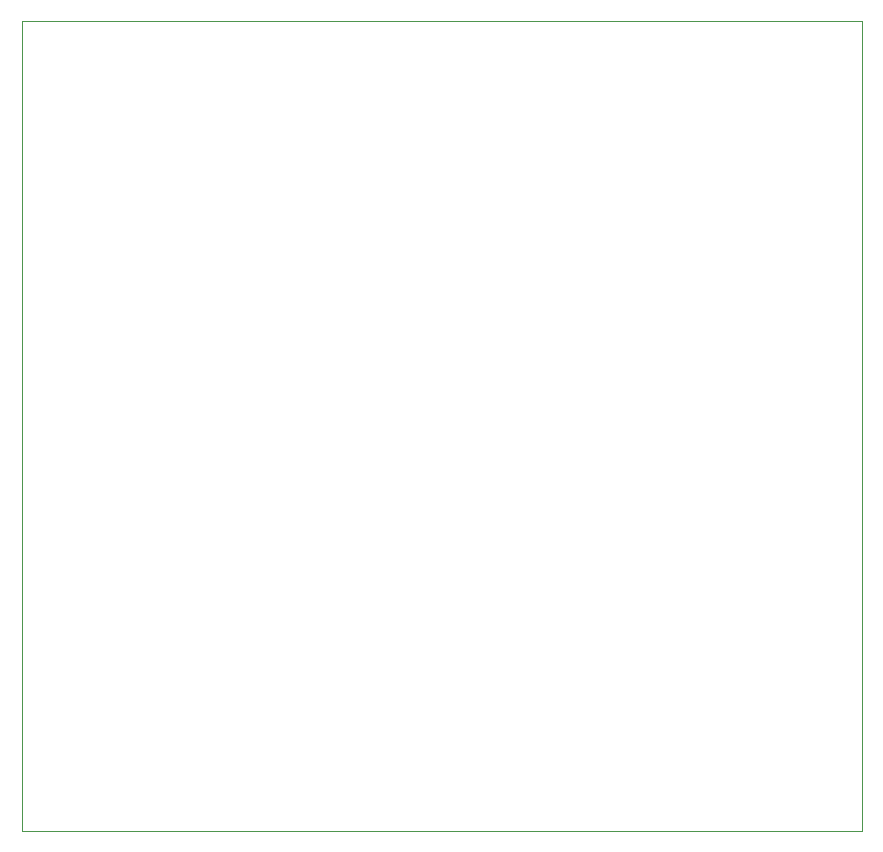
<source format=gbr>
%TF.GenerationSoftware,KiCad,Pcbnew,(6.0.2)*%
%TF.CreationDate,2022-04-27T16:44:08+02:00*%
%TF.ProjectId,Varte vitrine,56617274-6520-4766-9974-72696e652e6b,rev?*%
%TF.SameCoordinates,Original*%
%TF.FileFunction,Profile,NP*%
%FSLAX46Y46*%
G04 Gerber Fmt 4.6, Leading zero omitted, Abs format (unit mm)*
G04 Created by KiCad (PCBNEW (6.0.2)) date 2022-04-27 16:44:08*
%MOMM*%
%LPD*%
G01*
G04 APERTURE LIST*
%TA.AperFunction,Profile*%
%ADD10C,0.100000*%
%TD*%
G04 APERTURE END LIST*
D10*
X144780000Y-33020000D02*
X215900000Y-33020000D01*
X215900000Y-33020000D02*
X215900000Y-101600000D01*
X215900000Y-101600000D02*
X144780000Y-101600000D01*
X144780000Y-101600000D02*
X144780000Y-33020000D01*
M02*

</source>
